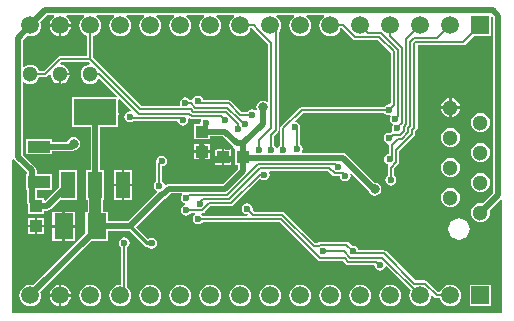
<source format=gbl>
G04 Layer_Physical_Order=2*
G04 Layer_Color=16711680*
%FSLAX25Y25*%
%MOIN*%
G70*
G01*
G75*
%ADD11R,0.03937X0.04331*%
%ADD15R,0.04331X0.03937*%
%ADD23C,0.00787*%
%ADD24C,0.01181*%
%ADD25C,0.01969*%
%ADD26C,0.05118*%
%ADD27R,0.05906X0.05906*%
%ADD28C,0.05906*%
%ADD29C,0.02362*%
%ADD30C,0.03150*%
%ADD31R,0.04800X0.08800*%
%ADD32R,0.14173X0.08661*%
%ADD33R,0.06299X0.08661*%
%ADD34R,0.07480X0.03937*%
%ADD35C,0.03937*%
G36*
X75004Y99949D02*
X74464Y99536D01*
X73895Y98793D01*
X73536Y97928D01*
X73414Y97000D01*
X73536Y96072D01*
X73895Y95207D01*
X74464Y94464D01*
X75207Y93895D01*
X76072Y93536D01*
X77000Y93414D01*
X77928Y93536D01*
X78793Y93895D01*
X79536Y94464D01*
X80105Y95207D01*
X80427Y95984D01*
X81024D01*
X82274Y94735D01*
X82333Y94646D01*
X84646Y92333D01*
X84646Y92333D01*
X84735Y92274D01*
X86366Y90642D01*
Y71709D01*
X85866Y71442D01*
X85456Y71716D01*
X84606Y71885D01*
X83757Y71716D01*
X83037Y71235D01*
X82556Y70515D01*
X82386Y69665D01*
X82522Y68982D01*
X82103Y68661D01*
X81680Y68944D01*
X80984Y69082D01*
X80288Y68944D01*
X79698Y68550D01*
X79518Y68279D01*
X77470D01*
X74032Y71718D01*
X73702Y71938D01*
X73313Y72015D01*
X73313Y72015D01*
X64667D01*
X64574Y72483D01*
X64179Y73073D01*
X63590Y73467D01*
X62894Y73605D01*
X62198Y73467D01*
X61608Y73073D01*
X61214Y72483D01*
X61199Y72408D01*
X60635Y72138D01*
X60440Y72177D01*
X60440Y72177D01*
X60226D01*
X60046Y72447D01*
X59456Y72841D01*
X58760Y72980D01*
X58064Y72841D01*
X57474Y72447D01*
X57080Y71857D01*
X56941Y71161D01*
X57073Y70500D01*
X57069Y70389D01*
X56861Y70000D01*
X44173D01*
X28016Y86157D01*
Y93573D01*
X28793Y93895D01*
X29535Y94464D01*
X30105Y95207D01*
X30464Y96072D01*
X30586Y97000D01*
X30464Y97928D01*
X30105Y98793D01*
X29535Y99536D01*
X28996Y99949D01*
X29166Y100449D01*
X34834D01*
X35004Y99949D01*
X34464Y99536D01*
X33895Y98793D01*
X33536Y97928D01*
X33414Y97000D01*
X33536Y96072D01*
X33895Y95207D01*
X34464Y94464D01*
X35207Y93895D01*
X36072Y93536D01*
X37000Y93414D01*
X37928Y93536D01*
X38793Y93895D01*
X39535Y94464D01*
X40105Y95207D01*
X40464Y96072D01*
X40586Y97000D01*
X40464Y97928D01*
X40105Y98793D01*
X39535Y99536D01*
X38996Y99949D01*
X39166Y100449D01*
X44834D01*
X45004Y99949D01*
X44464Y99536D01*
X43895Y98793D01*
X43536Y97928D01*
X43414Y97000D01*
X43536Y96072D01*
X43895Y95207D01*
X44464Y94464D01*
X45207Y93895D01*
X46072Y93536D01*
X47000Y93414D01*
X47928Y93536D01*
X48793Y93895D01*
X49536Y94464D01*
X50105Y95207D01*
X50464Y96072D01*
X50586Y97000D01*
X50464Y97928D01*
X50105Y98793D01*
X49536Y99536D01*
X48996Y99949D01*
X49166Y100449D01*
X54834D01*
X55004Y99949D01*
X54465Y99536D01*
X53895Y98793D01*
X53536Y97928D01*
X53414Y97000D01*
X53536Y96072D01*
X53895Y95207D01*
X54465Y94464D01*
X55207Y93895D01*
X56072Y93536D01*
X57000Y93414D01*
X57928Y93536D01*
X58793Y93895D01*
X59535Y94464D01*
X60105Y95207D01*
X60464Y96072D01*
X60586Y97000D01*
X60464Y97928D01*
X60105Y98793D01*
X59535Y99536D01*
X58996Y99949D01*
X59166Y100449D01*
X64834D01*
X65004Y99949D01*
X64464Y99536D01*
X63895Y98793D01*
X63536Y97928D01*
X63414Y97000D01*
X63536Y96072D01*
X63895Y95207D01*
X64464Y94464D01*
X65207Y93895D01*
X66072Y93536D01*
X67000Y93414D01*
X67928Y93536D01*
X68793Y93895D01*
X69535Y94464D01*
X70105Y95207D01*
X70464Y96072D01*
X70586Y97000D01*
X70464Y97928D01*
X70105Y98793D01*
X69535Y99536D01*
X68996Y99949D01*
X69166Y100449D01*
X74834D01*
X75004Y99949D01*
D02*
G37*
G36*
X161374Y99625D02*
Y41221D01*
X157843Y37690D01*
X157047Y37795D01*
X156222Y37686D01*
X155453Y37368D01*
X154793Y36861D01*
X154286Y36201D01*
X153967Y35432D01*
X153859Y34606D01*
X153967Y33781D01*
X154286Y33012D01*
X154793Y32352D01*
X155453Y31845D01*
X156222Y31526D01*
X157047Y31418D01*
X157873Y31526D01*
X158642Y31845D01*
X159302Y32352D01*
X159809Y33012D01*
X160127Y33781D01*
X160236Y34606D01*
X160131Y35402D01*
X163839Y39110D01*
X164339Y38903D01*
Y1016D01*
X1016D01*
Y52264D01*
X1516Y52416D01*
X1710Y52124D01*
X5863Y47972D01*
Y47354D01*
X5500D01*
Y42213D01*
X5863D01*
Y38287D01*
X5986Y37667D01*
X6189Y37363D01*
Y34239D01*
X11725D01*
Y35192D01*
X12741D01*
X13360Y35316D01*
X13885Y35666D01*
X16926Y38707D01*
X22643D01*
Y48712D01*
X16638D01*
Y42995D01*
X12225Y38581D01*
X11725Y38789D01*
Y39381D01*
X9098D01*
Y42213D01*
X14185D01*
Y47354D01*
X9098D01*
Y48642D01*
X8975Y49261D01*
X8624Y49786D01*
X4472Y53938D01*
Y78033D01*
X4972Y78280D01*
X5406Y77947D01*
X6175Y77629D01*
X7000Y77520D01*
X7825Y77629D01*
X8594Y77947D01*
X9255Y78454D01*
X9761Y79114D01*
X10001Y79693D01*
X11972D01*
X11972Y79693D01*
X12361Y79770D01*
X12690Y79991D01*
X13329Y80629D01*
X13857Y80450D01*
X13931Y79887D01*
X14249Y79120D01*
X14754Y78462D01*
X15412Y77958D01*
X16178Y77640D01*
X16606Y77584D01*
Y80709D01*
X17000D01*
Y81102D01*
X20125D01*
X20068Y81531D01*
X19751Y82297D01*
X19246Y82955D01*
X18588Y83460D01*
X17822Y83777D01*
X17258Y83851D01*
X17079Y84379D01*
X17421Y84721D01*
X26579D01*
X26910Y84390D01*
X26731Y83862D01*
X26175Y83789D01*
X25406Y83470D01*
X24745Y82964D01*
X24238Y82303D01*
X23920Y81534D01*
X23811Y80709D01*
X23920Y79883D01*
X24238Y79114D01*
X24745Y78454D01*
X25406Y77947D01*
X26175Y77629D01*
X27000Y77520D01*
X27825Y77629D01*
X28594Y77947D01*
X29255Y78454D01*
X29654Y78974D01*
X30236Y79099D01*
X35830Y73505D01*
X35638Y73043D01*
X21051D01*
Y63177D01*
X27123D01*
Y48712D01*
X25738D01*
Y38707D01*
X26147D01*
Y34953D01*
X25382D01*
Y27670D01*
X8103Y10391D01*
X7928Y10464D01*
X7000Y10586D01*
X6072Y10464D01*
X5207Y10105D01*
X4465Y9535D01*
X3895Y8793D01*
X3536Y7928D01*
X3414Y7000D01*
X3536Y6072D01*
X3895Y5207D01*
X4465Y4465D01*
X5207Y3895D01*
X6072Y3536D01*
X7000Y3414D01*
X7928Y3536D01*
X8793Y3895D01*
X9535Y4465D01*
X10105Y5207D01*
X10464Y6072D01*
X10586Y7000D01*
X10464Y7928D01*
X10391Y8103D01*
X27375Y25087D01*
X32886D01*
Y28402D01*
X40252D01*
X45203Y23451D01*
X45597Y23187D01*
X46063Y23095D01*
X46109D01*
X46155Y23025D01*
X46745Y22631D01*
X47441Y22493D01*
X48137Y22631D01*
X48727Y23025D01*
X49121Y23615D01*
X49259Y24311D01*
X49121Y25007D01*
X48727Y25597D01*
X48137Y25991D01*
X47441Y26129D01*
X46745Y25991D01*
X46360Y25734D01*
X42358Y29736D01*
X51766Y39144D01*
X52290Y39494D01*
X53797Y41000D01*
X57454D01*
X57665Y40500D01*
X57375Y40066D01*
X57237Y39370D01*
X57375Y38674D01*
X57769Y38084D01*
X58359Y37690D01*
X58528Y37656D01*
Y37147D01*
X58359Y37113D01*
X57769Y36719D01*
X57375Y36129D01*
X57237Y35433D01*
X57375Y34737D01*
X57769Y34147D01*
X58359Y33753D01*
X59055Y33615D01*
X59751Y33753D01*
X60341Y34147D01*
X60517Y34411D01*
X61771D01*
X61923Y33911D01*
X61706Y33766D01*
X61312Y33176D01*
X61174Y32480D01*
X61312Y31784D01*
X61706Y31194D01*
X62296Y30800D01*
X62992Y30662D01*
X63688Y30800D01*
X64278Y31194D01*
X64458Y31465D01*
X90099D01*
X102782Y18782D01*
X102782Y18782D01*
X103111Y18562D01*
X103500Y18484D01*
X103500Y18484D01*
X111354D01*
X112371Y17467D01*
X112371Y17467D01*
X112701Y17247D01*
X113090Y17169D01*
X113090Y17169D01*
X121543D01*
X121682Y17000D01*
X121820Y16304D01*
X122214Y15714D01*
X122804Y15320D01*
X123500Y15182D01*
X124196Y15320D01*
X124786Y15714D01*
X125180Y16304D01*
X125242Y16615D01*
X125784Y16779D01*
X133858Y8705D01*
X133536Y7928D01*
X133414Y7000D01*
X133536Y6072D01*
X133895Y5207D01*
X134465Y4465D01*
X135207Y3895D01*
X136072Y3536D01*
X137000Y3414D01*
X137928Y3536D01*
X138793Y3895D01*
X139535Y4465D01*
X140105Y5207D01*
X140464Y6072D01*
X140569Y6872D01*
X141033Y7115D01*
X141866Y6282D01*
X141866Y6282D01*
X142196Y6062D01*
X142584Y5984D01*
X143573D01*
X143895Y5207D01*
X144465Y4465D01*
X145207Y3895D01*
X146072Y3536D01*
X147000Y3414D01*
X147928Y3536D01*
X148793Y3895D01*
X149536Y4465D01*
X150105Y5207D01*
X150464Y6072D01*
X150586Y7000D01*
X150464Y7928D01*
X150105Y8793D01*
X149536Y9535D01*
X148793Y10105D01*
X147928Y10464D01*
X147000Y10586D01*
X146072Y10464D01*
X145207Y10105D01*
X144465Y9535D01*
X143895Y8793D01*
X143573Y8016D01*
X143005D01*
X139354Y11667D01*
X139024Y11887D01*
X138636Y11964D01*
X138636Y11964D01*
X135437D01*
X125719Y21683D01*
X125389Y21903D01*
X125001Y21980D01*
X125001Y21980D01*
X116340D01*
X116247Y22448D01*
X115853Y23038D01*
X115263Y23432D01*
X114567Y23570D01*
X114248Y23507D01*
X113108Y24647D01*
X112778Y24867D01*
X112390Y24945D01*
X112390Y24945D01*
X103626D01*
X103237Y24867D01*
X102908Y24647D01*
X102908Y24647D01*
X102776Y24516D01*
X101886D01*
X91813Y34588D01*
X91484Y34808D01*
X91095Y34886D01*
X91095Y34886D01*
X81807D01*
X81086Y35606D01*
X81149Y35925D01*
X81011Y36621D01*
X80616Y37211D01*
X80027Y37605D01*
X79331Y37744D01*
X78635Y37605D01*
X78045Y37211D01*
X77651Y36621D01*
X77512Y35925D01*
X77651Y35229D01*
X78045Y34639D01*
X78635Y34245D01*
X79331Y34107D01*
X79387Y34118D01*
X79487Y33996D01*
X79251Y33496D01*
X64458D01*
X64278Y33766D01*
X64061Y33911D01*
X64213Y34411D01*
X64386D01*
X64386Y34411D01*
X64775Y34488D01*
X65104Y34708D01*
X67054Y36658D01*
X73894D01*
X73894Y36658D01*
X74282Y36735D01*
X74612Y36955D01*
X83653Y45996D01*
X83716Y45990D01*
X84306Y45596D01*
X85002Y45457D01*
X85698Y45596D01*
X86287Y45990D01*
X86682Y46580D01*
X86820Y47276D01*
X86685Y47957D01*
X86671Y48047D01*
X86951Y48457D01*
X106339D01*
X107868Y46928D01*
X107868Y46928D01*
X108198Y46707D01*
X108586Y46630D01*
X108586Y46630D01*
X110229D01*
X110328Y46135D01*
X110722Y45545D01*
X111312Y45151D01*
X112008Y45012D01*
X112704Y45151D01*
X113294Y45545D01*
X113688Y46135D01*
X113826Y46831D01*
X113721Y47359D01*
X114182Y47605D01*
X119696Y42091D01*
X119800Y41572D01*
X120281Y40852D01*
X121001Y40370D01*
X121850Y40201D01*
X122700Y40370D01*
X123420Y40852D01*
X123901Y41572D01*
X124070Y42421D01*
X123901Y43271D01*
X123420Y43991D01*
X122700Y44472D01*
X121850Y44641D01*
X121743Y44620D01*
X112373Y53989D01*
X111849Y54340D01*
X111230Y54463D01*
X97860D01*
X97624Y54904D01*
X97684Y54993D01*
X97822Y55689D01*
X97684Y56385D01*
X97290Y56975D01*
X97016Y57158D01*
Y62091D01*
X96938Y62479D01*
X96843Y62622D01*
X96917Y62992D01*
X96778Y63688D01*
X96384Y64278D01*
X95794Y64672D01*
X95527Y64725D01*
X95362Y65268D01*
X97933Y67838D01*
X125065D01*
X125245Y67568D01*
X125835Y67174D01*
X126531Y67036D01*
X126833Y67096D01*
X127133Y66645D01*
X127067Y66545D01*
X126928Y65850D01*
X127067Y65154D01*
X127461Y64564D01*
X127706Y64400D01*
X128020Y64112D01*
X127834Y63759D01*
X127657Y63494D01*
X127519Y62798D01*
X127657Y62103D01*
X127660Y62099D01*
X127532Y61634D01*
X127447Y61516D01*
X127182Y61339D01*
X126948Y61105D01*
X126629Y61169D01*
X125934Y61030D01*
X125344Y60636D01*
X124950Y60046D01*
X124811Y59350D01*
X124950Y58654D01*
X125344Y58065D01*
X125934Y57670D01*
X126069Y57644D01*
X126445Y57103D01*
X126445Y57103D01*
Y54214D01*
X126076Y54141D01*
X125486Y53746D01*
X125092Y53157D01*
X124953Y52461D01*
X125092Y51765D01*
X125486Y51175D01*
X126076Y50781D01*
X126248Y50747D01*
X126372Y50212D01*
X126227Y49995D01*
X126150Y49606D01*
X126150Y49606D01*
Y46840D01*
X125880Y46660D01*
X125485Y46070D01*
X125347Y45374D01*
X125485Y44678D01*
X125880Y44088D01*
X126469Y43694D01*
X127165Y43556D01*
X127861Y43694D01*
X128451Y44088D01*
X128845Y44678D01*
X128984Y45374D01*
X128845Y46070D01*
X128451Y46660D01*
X128181Y46840D01*
Y49185D01*
X129667Y50672D01*
X129887Y51001D01*
X129964Y51390D01*
Y54980D01*
X135012Y60027D01*
X135232Y60357D01*
X135309Y60745D01*
Y61638D01*
X135811Y62140D01*
X136031Y62469D01*
X136108Y62858D01*
Y90410D01*
X151425D01*
X151425Y90410D01*
X151814Y90487D01*
X152143Y90707D01*
X154881Y93445D01*
X160555D01*
Y99791D01*
X161017Y99983D01*
X161374Y99625D01*
D02*
G37*
G36*
X40549Y68786D02*
X40303Y68325D01*
X40157Y68354D01*
X39462Y68215D01*
X38872Y67821D01*
X38478Y67231D01*
X38339Y66535D01*
X38478Y65840D01*
X38872Y65250D01*
X39462Y64855D01*
X40157Y64717D01*
X40853Y64855D01*
X41353Y65189D01*
X56092D01*
X56197Y64662D01*
X56591Y64072D01*
X57181Y63678D01*
X57877Y63539D01*
X58573Y63678D01*
X59163Y64072D01*
X59557Y64662D01*
X59695Y65358D01*
X59577Y65950D01*
X59907Y66208D01*
X59990Y66245D01*
X60123Y66112D01*
X60452Y65892D01*
X60841Y65815D01*
X63770D01*
X64038Y65315D01*
X63859Y65048D01*
X63721Y64352D01*
X63584Y64184D01*
X61504D01*
Y59043D01*
X67039D01*
Y59996D01*
X71158D01*
X74655Y56499D01*
X75021Y56254D01*
X75382Y55917D01*
Y50382D01*
X76335D01*
Y49194D01*
X71377Y44236D01*
X53127D01*
X52508Y44113D01*
X52225Y43924D01*
X51688Y44099D01*
X51662Y44129D01*
X51286Y44691D01*
X51016Y44872D01*
Y50001D01*
X51486Y50094D01*
X52076Y50488D01*
X52470Y51078D01*
X52608Y51774D01*
X52470Y52470D01*
X52076Y53060D01*
X51486Y53454D01*
X50790Y53593D01*
X50094Y53454D01*
X49504Y53060D01*
X49110Y52470D01*
X48972Y51774D01*
X49057Y51347D01*
X48984Y50984D01*
X48984Y50984D01*
Y44872D01*
X48714Y44691D01*
X48320Y44101D01*
X48182Y43406D01*
X48320Y42710D01*
X48714Y42120D01*
X49161Y41821D01*
X49302Y41255D01*
X39684Y31637D01*
X32886D01*
Y34953D01*
X31333D01*
Y38707D01*
X31743D01*
Y48712D01*
X30358D01*
Y63177D01*
X36429D01*
Y66851D01*
X36562Y67520D01*
X36429Y68188D01*
Y72252D01*
X36891Y72444D01*
X40549Y68786D01*
D02*
G37*
G36*
X105004Y99949D02*
X104464Y99536D01*
X103895Y98793D01*
X103536Y97928D01*
X103414Y97000D01*
X103536Y96072D01*
X103895Y95207D01*
X104464Y94464D01*
X105207Y93895D01*
X106072Y93536D01*
X107000Y93414D01*
X107928Y93536D01*
X108793Y93895D01*
X109536Y94464D01*
X110105Y95207D01*
X110427Y95984D01*
X110995D01*
X114646Y92333D01*
X114646Y92333D01*
X114976Y92113D01*
X115364Y92036D01*
X122978D01*
X127129Y87885D01*
Y70978D01*
X126734Y70632D01*
X126531Y70672D01*
X125835Y70534D01*
X125245Y70140D01*
X125065Y69870D01*
X97512D01*
X97123Y69792D01*
X96794Y69572D01*
X96794Y69572D01*
X90640Y63418D01*
X90420Y63089D01*
X90343Y62700D01*
X90343Y62700D01*
Y57185D01*
X89914Y56899D01*
X89520Y56309D01*
X89506Y56237D01*
X88996D01*
X88981Y56309D01*
X88587Y56899D01*
X88317Y57079D01*
Y60188D01*
X89490Y61361D01*
X89710Y61690D01*
X89787Y62079D01*
Y94792D01*
X90105Y95207D01*
X90464Y96072D01*
X90586Y97000D01*
X90464Y97928D01*
X90105Y98793D01*
X89535Y99536D01*
X88996Y99949D01*
X89166Y100449D01*
X94834D01*
X95004Y99949D01*
X94464Y99536D01*
X93895Y98793D01*
X93536Y97928D01*
X93414Y97000D01*
X93536Y96072D01*
X93895Y95207D01*
X94464Y94464D01*
X95207Y93895D01*
X96072Y93536D01*
X97000Y93414D01*
X97928Y93536D01*
X98793Y93895D01*
X99536Y94464D01*
X100105Y95207D01*
X100464Y96072D01*
X100586Y97000D01*
X100464Y97928D01*
X100105Y98793D01*
X99536Y99536D01*
X98996Y99949D01*
X99166Y100449D01*
X104834D01*
X105004Y99949D01*
D02*
G37*
G36*
X25004D02*
X24464Y99536D01*
X23895Y98793D01*
X23536Y97928D01*
X23414Y97000D01*
X23536Y96072D01*
X23895Y95207D01*
X24464Y94464D01*
X25207Y93895D01*
X25984Y93573D01*
Y86752D01*
X17000D01*
X17000Y86752D01*
X16611Y86675D01*
X16282Y86454D01*
X16282Y86454D01*
X11552Y81724D01*
X10001D01*
X9761Y82303D01*
X9255Y82964D01*
X8594Y83470D01*
X7825Y83789D01*
X7000Y83897D01*
X6175Y83789D01*
X5406Y83470D01*
X4972Y83138D01*
X4472Y83384D01*
Y92184D01*
X5897Y93609D01*
X6072Y93536D01*
X7000Y93414D01*
X7928Y93536D01*
X8793Y93895D01*
X9535Y94464D01*
X10105Y95207D01*
X10464Y96072D01*
X10586Y97000D01*
X10464Y97928D01*
X10391Y98103D01*
X12737Y100449D01*
X14853D01*
X15023Y99949D01*
X14473Y99527D01*
X13905Y98787D01*
X13548Y97925D01*
X13478Y97394D01*
X17000D01*
X20522D01*
X20452Y97925D01*
X20095Y98787D01*
X19527Y99527D01*
X18977Y99949D01*
X19147Y100449D01*
X24834D01*
X25004Y99949D01*
D02*
G37*
%LPC*%
G36*
X21850Y29626D02*
X18504D01*
Y25099D01*
X21850D01*
Y29626D01*
D02*
G37*
G36*
X149961Y32680D02*
X149033Y32558D01*
X148168Y32200D01*
X147425Y31630D01*
X146855Y30887D01*
X146497Y30023D01*
X146375Y29094D01*
X146497Y28166D01*
X146855Y27302D01*
X147425Y26559D01*
X148168Y25989D01*
X149033Y25631D01*
X149961Y25509D01*
X150889Y25631D01*
X151754Y25989D01*
X152496Y26559D01*
X153066Y27302D01*
X153424Y28166D01*
X153547Y29094D01*
X153424Y30023D01*
X153066Y30887D01*
X152496Y31630D01*
X151754Y32200D01*
X150889Y32558D01*
X149961Y32680D01*
D02*
G37*
G36*
X17716Y29626D02*
X14370D01*
Y25099D01*
X17716D01*
Y29626D01*
D02*
G37*
G36*
X16606Y10522D02*
X16075Y10452D01*
X15213Y10095D01*
X14473Y9527D01*
X13905Y8787D01*
X13548Y7925D01*
X13478Y7394D01*
X16606D01*
Y10522D01*
D02*
G37*
G36*
X20522Y6606D02*
X17394D01*
Y3478D01*
X17925Y3548D01*
X18787Y3905D01*
X19527Y4473D01*
X20095Y5213D01*
X20452Y6075D01*
X20522Y6606D01*
D02*
G37*
G36*
X17394Y10522D02*
Y7394D01*
X20522D01*
X20452Y7925D01*
X20095Y8787D01*
X19527Y9527D01*
X18787Y10095D01*
X17925Y10452D01*
X17394Y10522D01*
D02*
G37*
G36*
X21850Y34941D02*
X18504D01*
Y30413D01*
X21850D01*
Y34941D01*
D02*
G37*
G36*
X8563Y32677D02*
X6201D01*
Y30512D01*
X8563D01*
Y32677D01*
D02*
G37*
G36*
X11713D02*
X9350D01*
Y30512D01*
X11713D01*
Y32677D01*
D02*
G37*
G36*
X8563Y29724D02*
X6201D01*
Y27559D01*
X8563D01*
Y29724D01*
D02*
G37*
G36*
X11713D02*
X9350D01*
Y27559D01*
X11713D01*
Y29724D01*
D02*
G37*
G36*
X17716Y34941D02*
X14370D01*
Y30413D01*
X17716D01*
Y34941D01*
D02*
G37*
G36*
X16606Y6606D02*
X13478D01*
X13548Y6075D01*
X13905Y5213D01*
X14473Y4473D01*
X15213Y3905D01*
X16075Y3548D01*
X16606Y3478D01*
Y6606D01*
D02*
G37*
G36*
X57000Y10586D02*
X56072Y10464D01*
X55207Y10105D01*
X54465Y9535D01*
X53895Y8793D01*
X53536Y7928D01*
X53414Y7000D01*
X53536Y6072D01*
X53895Y5207D01*
X54465Y4465D01*
X55207Y3895D01*
X56072Y3536D01*
X57000Y3414D01*
X57928Y3536D01*
X58793Y3895D01*
X59535Y4465D01*
X60105Y5207D01*
X60464Y6072D01*
X60586Y7000D01*
X60464Y7928D01*
X60105Y8793D01*
X59535Y9535D01*
X58793Y10105D01*
X57928Y10464D01*
X57000Y10586D01*
D02*
G37*
G36*
X67000D02*
X66072Y10464D01*
X65207Y10105D01*
X64464Y9535D01*
X63895Y8793D01*
X63536Y7928D01*
X63414Y7000D01*
X63536Y6072D01*
X63895Y5207D01*
X64464Y4465D01*
X65207Y3895D01*
X66072Y3536D01*
X67000Y3414D01*
X67928Y3536D01*
X68793Y3895D01*
X69535Y4465D01*
X70105Y5207D01*
X70464Y6072D01*
X70586Y7000D01*
X70464Y7928D01*
X70105Y8793D01*
X69535Y9535D01*
X68793Y10105D01*
X67928Y10464D01*
X67000Y10586D01*
D02*
G37*
G36*
X77000D02*
X76072Y10464D01*
X75207Y10105D01*
X74464Y9535D01*
X73895Y8793D01*
X73536Y7928D01*
X73414Y7000D01*
X73536Y6072D01*
X73895Y5207D01*
X74464Y4465D01*
X75207Y3895D01*
X76072Y3536D01*
X77000Y3414D01*
X77928Y3536D01*
X78793Y3895D01*
X79536Y4465D01*
X80105Y5207D01*
X80464Y6072D01*
X80586Y7000D01*
X80464Y7928D01*
X80105Y8793D01*
X79536Y9535D01*
X78793Y10105D01*
X77928Y10464D01*
X77000Y10586D01*
D02*
G37*
G36*
X27000D02*
X26072Y10464D01*
X25207Y10105D01*
X24464Y9535D01*
X23895Y8793D01*
X23536Y7928D01*
X23414Y7000D01*
X23536Y6072D01*
X23895Y5207D01*
X24464Y4465D01*
X25207Y3895D01*
X26072Y3536D01*
X27000Y3414D01*
X27928Y3536D01*
X28793Y3895D01*
X29535Y4465D01*
X30105Y5207D01*
X30464Y6072D01*
X30586Y7000D01*
X30464Y7928D01*
X30105Y8793D01*
X29535Y9535D01*
X28793Y10105D01*
X27928Y10464D01*
X27000Y10586D01*
D02*
G37*
G36*
X38386Y26326D02*
X37690Y26188D01*
X37100Y25794D01*
X36706Y25204D01*
X36567Y24508D01*
X36706Y23812D01*
X37100Y23222D01*
X37370Y23042D01*
Y10910D01*
X37000Y10586D01*
X36072Y10464D01*
X35207Y10105D01*
X34464Y9535D01*
X33895Y8793D01*
X33536Y7928D01*
X33414Y7000D01*
X33536Y6072D01*
X33895Y5207D01*
X34464Y4465D01*
X35207Y3895D01*
X36072Y3536D01*
X37000Y3414D01*
X37928Y3536D01*
X38793Y3895D01*
X39535Y4465D01*
X40105Y5207D01*
X40464Y6072D01*
X40586Y7000D01*
X40464Y7928D01*
X40105Y8793D01*
X39535Y9535D01*
X39401Y9639D01*
Y23042D01*
X39672Y23222D01*
X40066Y23812D01*
X40204Y24508D01*
X40066Y25204D01*
X39672Y25794D01*
X39082Y26188D01*
X38386Y26326D01*
D02*
G37*
G36*
X47000Y10586D02*
X46072Y10464D01*
X45207Y10105D01*
X44464Y9535D01*
X43895Y8793D01*
X43536Y7928D01*
X43414Y7000D01*
X43536Y6072D01*
X43895Y5207D01*
X44464Y4465D01*
X45207Y3895D01*
X46072Y3536D01*
X47000Y3414D01*
X47928Y3536D01*
X48793Y3895D01*
X49536Y4465D01*
X50105Y5207D01*
X50464Y6072D01*
X50586Y7000D01*
X50464Y7928D01*
X50105Y8793D01*
X49536Y9535D01*
X48793Y10105D01*
X47928Y10464D01*
X47000Y10586D01*
D02*
G37*
G36*
X117000D02*
X116072Y10464D01*
X115207Y10105D01*
X114464Y9535D01*
X113895Y8793D01*
X113536Y7928D01*
X113414Y7000D01*
X113536Y6072D01*
X113895Y5207D01*
X114464Y4465D01*
X115207Y3895D01*
X116072Y3536D01*
X117000Y3414D01*
X117928Y3536D01*
X118793Y3895D01*
X119536Y4465D01*
X120105Y5207D01*
X120464Y6072D01*
X120586Y7000D01*
X120464Y7928D01*
X120105Y8793D01*
X119536Y9535D01*
X118793Y10105D01*
X117928Y10464D01*
X117000Y10586D01*
D02*
G37*
G36*
X127000D02*
X126072Y10464D01*
X125207Y10105D01*
X124464Y9535D01*
X123895Y8793D01*
X123536Y7928D01*
X123414Y7000D01*
X123536Y6072D01*
X123895Y5207D01*
X124464Y4465D01*
X125207Y3895D01*
X126072Y3536D01*
X127000Y3414D01*
X127928Y3536D01*
X128793Y3895D01*
X129535Y4465D01*
X130105Y5207D01*
X130464Y6072D01*
X130586Y7000D01*
X130464Y7928D01*
X130105Y8793D01*
X129535Y9535D01*
X128793Y10105D01*
X127928Y10464D01*
X127000Y10586D01*
D02*
G37*
G36*
X160555Y10555D02*
X153445D01*
Y3445D01*
X160555D01*
Y10555D01*
D02*
G37*
G36*
X87000Y10586D02*
X86072Y10464D01*
X85207Y10105D01*
X84465Y9535D01*
X83895Y8793D01*
X83536Y7928D01*
X83414Y7000D01*
X83536Y6072D01*
X83895Y5207D01*
X84465Y4465D01*
X85207Y3895D01*
X86072Y3536D01*
X87000Y3414D01*
X87928Y3536D01*
X88793Y3895D01*
X89535Y4465D01*
X90105Y5207D01*
X90464Y6072D01*
X90586Y7000D01*
X90464Y7928D01*
X90105Y8793D01*
X89535Y9535D01*
X88793Y10105D01*
X87928Y10464D01*
X87000Y10586D01*
D02*
G37*
G36*
X97000D02*
X96072Y10464D01*
X95207Y10105D01*
X94464Y9535D01*
X93895Y8793D01*
X93536Y7928D01*
X93414Y7000D01*
X93536Y6072D01*
X93895Y5207D01*
X94464Y4465D01*
X95207Y3895D01*
X96072Y3536D01*
X97000Y3414D01*
X97928Y3536D01*
X98793Y3895D01*
X99536Y4465D01*
X100105Y5207D01*
X100464Y6072D01*
X100586Y7000D01*
X100464Y7928D01*
X100105Y8793D01*
X99536Y9535D01*
X98793Y10105D01*
X97928Y10464D01*
X97000Y10586D01*
D02*
G37*
G36*
X107000D02*
X106072Y10464D01*
X105207Y10105D01*
X104464Y9535D01*
X103895Y8793D01*
X103536Y7928D01*
X103414Y7000D01*
X103536Y6072D01*
X103895Y5207D01*
X104464Y4465D01*
X105207Y3895D01*
X106072Y3536D01*
X107000Y3414D01*
X107928Y3536D01*
X108793Y3895D01*
X109536Y4465D01*
X110105Y5207D01*
X110464Y6072D01*
X110586Y7000D01*
X110464Y7928D01*
X110105Y8793D01*
X109536Y9535D01*
X108793Y10105D01*
X107928Y10464D01*
X107000Y10586D01*
D02*
G37*
G36*
X147047Y42795D02*
X146222Y42686D01*
X145453Y42368D01*
X144793Y41861D01*
X144286Y41201D01*
X143967Y40432D01*
X143859Y39606D01*
X143967Y38781D01*
X144286Y38012D01*
X144793Y37352D01*
X145453Y36845D01*
X146222Y36526D01*
X147047Y36418D01*
X147873Y36526D01*
X148642Y36845D01*
X149302Y37352D01*
X149809Y38012D01*
X150127Y38781D01*
X150236Y39606D01*
X150127Y40432D01*
X149809Y41201D01*
X149302Y41861D01*
X148642Y42368D01*
X147873Y42686D01*
X147047Y42795D01*
D02*
G37*
G36*
X21458Y59801D02*
X20608Y59632D01*
X19888Y59151D01*
X19407Y58431D01*
X19363Y58212D01*
X14185D01*
Y59165D01*
X5500D01*
Y54024D01*
X14185D01*
Y54977D01*
X20770D01*
X21389Y55100D01*
X21914Y55451D01*
X21916Y55453D01*
X22307Y55531D01*
X23027Y56012D01*
X23509Y56732D01*
X23677Y57582D01*
X23509Y58431D01*
X23027Y59151D01*
X22307Y59632D01*
X21458Y59801D01*
D02*
G37*
G36*
X157047Y67795D02*
X156222Y67686D01*
X155453Y67368D01*
X154793Y66861D01*
X154286Y66201D01*
X153967Y65432D01*
X153859Y64606D01*
X153967Y63781D01*
X154286Y63012D01*
X154793Y62352D01*
X155453Y61845D01*
X156222Y61526D01*
X157047Y61418D01*
X157873Y61526D01*
X158642Y61845D01*
X159302Y62352D01*
X159809Y63012D01*
X160127Y63781D01*
X160236Y64606D01*
X160127Y65432D01*
X159809Y66201D01*
X159302Y66861D01*
X158642Y67368D01*
X157873Y67686D01*
X157047Y67795D01*
D02*
G37*
G36*
X146654Y69213D02*
X143922D01*
X143979Y68784D01*
X144296Y68018D01*
X144801Y67360D01*
X145459Y66855D01*
X146225Y66538D01*
X146654Y66481D01*
Y69213D01*
D02*
G37*
G36*
X147047Y62795D02*
X146222Y62686D01*
X145453Y62368D01*
X144793Y61861D01*
X144286Y61201D01*
X143967Y60432D01*
X143859Y59606D01*
X143967Y58781D01*
X144286Y58012D01*
X144793Y57352D01*
X145453Y56845D01*
X146222Y56526D01*
X147047Y56418D01*
X147873Y56526D01*
X148642Y56845D01*
X149302Y57352D01*
X149809Y58012D01*
X150127Y58781D01*
X150236Y59606D01*
X150127Y60432D01*
X149809Y61201D01*
X149302Y61861D01*
X148642Y62368D01*
X147873Y62686D01*
X147047Y62795D01*
D02*
G37*
G36*
X20125Y80315D02*
X17394D01*
Y77584D01*
X17822Y77640D01*
X18588Y77958D01*
X19246Y78462D01*
X19751Y79120D01*
X20068Y79887D01*
X20125Y80315D01*
D02*
G37*
G36*
X150172Y69213D02*
X147441D01*
Y66481D01*
X147870Y66538D01*
X148636Y66855D01*
X149294Y67360D01*
X149799Y68018D01*
X150116Y68784D01*
X150172Y69213D01*
D02*
G37*
G36*
X146654Y72731D02*
X146225Y72675D01*
X145459Y72357D01*
X144801Y71853D01*
X144296Y71195D01*
X143979Y70429D01*
X143922Y70000D01*
X146654D01*
Y72731D01*
D02*
G37*
G36*
X147441D02*
Y70000D01*
X150172D01*
X150116Y70429D01*
X149799Y71195D01*
X149294Y71853D01*
X148636Y72357D01*
X147870Y72675D01*
X147441Y72731D01*
D02*
G37*
G36*
X147047Y52795D02*
X146222Y52686D01*
X145453Y52368D01*
X144793Y51861D01*
X144286Y51201D01*
X143967Y50432D01*
X143859Y49606D01*
X143967Y48781D01*
X144286Y48012D01*
X144793Y47352D01*
X145453Y46845D01*
X146222Y46526D01*
X147047Y46418D01*
X147873Y46526D01*
X148642Y46845D01*
X149302Y47352D01*
X149809Y48012D01*
X150127Y48781D01*
X150236Y49606D01*
X150127Y50432D01*
X149809Y51201D01*
X149302Y51861D01*
X148642Y52368D01*
X147873Y52686D01*
X147047Y52795D01*
D02*
G37*
G36*
X157047Y47795D02*
X156222Y47686D01*
X155453Y47368D01*
X154793Y46861D01*
X154286Y46201D01*
X153967Y45432D01*
X153859Y44606D01*
X153967Y43781D01*
X154286Y43012D01*
X154793Y42352D01*
X155453Y41845D01*
X156222Y41526D01*
X157047Y41418D01*
X157873Y41526D01*
X158642Y41845D01*
X159302Y42352D01*
X159809Y43012D01*
X160127Y43781D01*
X160236Y44606D01*
X160127Y45432D01*
X159809Y46201D01*
X159302Y46861D01*
X158642Y47368D01*
X157873Y47686D01*
X157047Y47795D01*
D02*
G37*
G36*
Y57795D02*
X156222Y57686D01*
X155453Y57368D01*
X154793Y56861D01*
X154286Y56201D01*
X153967Y55432D01*
X153859Y54606D01*
X153967Y53781D01*
X154286Y53012D01*
X154793Y52352D01*
X155453Y51845D01*
X156222Y51526D01*
X157047Y51418D01*
X157873Y51526D01*
X158642Y51845D01*
X159302Y52352D01*
X159809Y53012D01*
X160127Y53781D01*
X160236Y54606D01*
X160127Y55432D01*
X159809Y56201D01*
X159302Y56861D01*
X158642Y57368D01*
X157873Y57686D01*
X157047Y57795D01*
D02*
G37*
G36*
X63878Y57481D02*
X61515D01*
Y55315D01*
X63878D01*
Y57481D01*
D02*
G37*
G36*
X67028D02*
X64665D01*
Y55315D01*
X67028D01*
Y57481D01*
D02*
G37*
G36*
X73820Y55906D02*
X71654D01*
Y53543D01*
X73820D01*
Y55906D01*
D02*
G37*
G36*
X37446Y48700D02*
X34850D01*
Y44103D01*
X37446D01*
Y48700D01*
D02*
G37*
G36*
X40831D02*
X38234D01*
Y44103D01*
X40831D01*
Y48700D01*
D02*
G37*
G36*
X37446Y43316D02*
X34850D01*
Y38719D01*
X37446D01*
Y43316D01*
D02*
G37*
G36*
X40831D02*
X38234D01*
Y38719D01*
X40831D01*
Y43316D01*
D02*
G37*
G36*
X63878Y54528D02*
X61515D01*
Y52363D01*
X63878D01*
Y54528D01*
D02*
G37*
G36*
X67028D02*
X64665D01*
Y52363D01*
X67028D01*
Y54528D01*
D02*
G37*
G36*
X70867Y55906D02*
X68702D01*
Y53543D01*
X70867D01*
Y55906D01*
D02*
G37*
G36*
Y52756D02*
X68702D01*
Y50393D01*
X70867D01*
Y52756D01*
D02*
G37*
G36*
X73820D02*
X71654D01*
Y50393D01*
X73820D01*
Y52756D01*
D02*
G37*
G36*
X16606Y96606D02*
X13478D01*
X13548Y96075D01*
X13905Y95213D01*
X14473Y94473D01*
X15213Y93905D01*
X16075Y93548D01*
X16606Y93478D01*
Y96606D01*
D02*
G37*
G36*
X20522D02*
X17394D01*
Y93478D01*
X17925Y93548D01*
X18787Y93905D01*
X19527Y94473D01*
X20095Y95213D01*
X20452Y96075D01*
X20522Y96606D01*
D02*
G37*
%LPD*%
D11*
X77953Y53149D02*
D03*
X71261D02*
D03*
D15*
X8957Y36810D02*
D03*
Y30118D02*
D03*
X64272Y61614D02*
D03*
Y54922D02*
D03*
D23*
X63004Y71898D02*
X63903Y70999D01*
X39925Y66205D02*
X57030D01*
X39925D02*
X40256Y66535D01*
X43176Y67594D02*
X60076D01*
X30062Y80709D02*
X43176Y67594D01*
X27000Y80709D02*
X30062D01*
X151425Y91425D02*
X157000Y97000D01*
X142584Y92815D02*
X146769Y97000D01*
X134941Y92815D02*
X142584D01*
X135517Y91425D02*
X151425D01*
X17000Y85736D02*
X27000D01*
X126531Y68854D02*
X128144Y70467D01*
X146769Y97000D02*
X147000D01*
X128949Y51390D02*
Y55401D01*
X127461Y57103D02*
X129589Y59231D01*
X127461Y53150D02*
Y57103D01*
X129589Y59231D02*
X130815D01*
X126772Y52461D02*
X127461Y53150D01*
X130239Y60621D02*
X131514Y61897D01*
Y63210D02*
X132313Y64009D01*
X131514Y61897D02*
Y63210D01*
X127165Y49606D02*
X128949Y51390D01*
X129337Y62998D02*
X130924Y64585D01*
X127165Y45374D02*
Y49606D01*
X127900Y60621D02*
X130239D01*
X126629Y59350D02*
X127900Y60621D01*
X129337Y62798D02*
Y62998D01*
X111488Y21752D02*
X113665Y19575D01*
X50000Y43406D02*
Y50984D01*
X50790Y51774D01*
X58760Y71161D02*
X60440D01*
X62894Y71787D02*
X63004Y71898D01*
X38386Y8386D02*
Y24508D01*
X37000Y7000D02*
X38386Y8386D01*
X104527Y21752D02*
X111488D01*
X113665Y19575D02*
X124425D01*
X40157Y66535D02*
X40256D01*
X59941Y40453D02*
X72682D01*
X73258Y39063D02*
X83668Y49472D01*
X72682Y40453D02*
X83092Y50862D01*
X64555Y39063D02*
X73258D01*
X57030Y66205D02*
X57877Y65358D01*
X157000Y94795D02*
Y97000D01*
X83051Y95364D02*
Y95394D01*
Y95364D02*
X85364Y93051D01*
X85394D01*
X129534Y66637D02*
Y88882D01*
X59055Y39567D02*
X59941Y40453D01*
X59055Y39370D02*
Y39567D01*
Y35433D02*
X59350D01*
X63484Y37992D02*
X64555Y39063D01*
X63484Y37603D02*
Y37992D01*
X59350Y35433D02*
X59357Y35426D01*
X64386D01*
X66633Y37673D01*
X73894D01*
X135017Y10949D02*
X138636D01*
X142584Y7000D01*
X114567Y21752D02*
X115354Y20965D01*
X125001D01*
X135017Y10949D01*
X77709Y64639D02*
Y64639D01*
Y64639D02*
X78270Y64078D01*
X27000Y85736D02*
X43752Y68984D01*
X60652D01*
X128746Y65850D02*
X129534Y66637D01*
X132313Y64009D02*
Y92313D01*
X128949Y55401D02*
X134294Y60745D01*
Y62059D01*
X135093Y62858D01*
Y91001D01*
X135517Y91425D01*
X130815Y59231D02*
X132904Y61321D01*
Y62634D01*
X133703Y63434D01*
Y91577D01*
X134941Y92815D01*
X123975Y94441D02*
X129534Y88882D01*
X60076Y67594D02*
X60841Y66830D01*
X60652Y68984D02*
X61416Y68220D01*
X60440Y71161D02*
X61992Y69610D01*
X60841Y66830D02*
X70473D01*
X76473Y65874D02*
X77709Y64639D01*
X63903Y70999D02*
X73313D01*
X77049Y67264D01*
X61992Y69610D02*
X72738D01*
X76473Y65874D02*
X76473D01*
X72738Y69610D02*
X76473Y65874D01*
X61416Y68220D02*
X72162D01*
X76181Y64201D01*
X73894Y37673D02*
X83496Y47276D01*
X97512Y68854D02*
X126531D01*
X91358Y55650D02*
Y62700D01*
X97512Y68854D01*
X83496Y47276D02*
X85002D01*
X83403Y55613D02*
Y58676D01*
X83092Y50862D02*
X85639D01*
X85639Y50862D02*
X85639Y50862D01*
X70473Y66830D02*
X71949Y65354D01*
X76181Y62303D02*
Y64201D01*
X78270Y64078D02*
X78744D01*
X77049Y67264D02*
X80984D01*
X87301Y55613D02*
Y60609D01*
X83403Y58676D02*
X87382Y62655D01*
X87301Y60609D02*
X88772Y62079D01*
X87382Y62655D02*
Y91063D01*
X85394Y93051D02*
X87382Y91063D01*
X27000Y85736D02*
Y97000D01*
X111416D02*
X115364Y93051D01*
X119559Y94441D02*
X123975D01*
X88772Y62079D02*
Y95228D01*
X81445Y97000D02*
X83051Y95394D01*
X11972Y80709D02*
X17000Y85736D01*
X7000Y80709D02*
X11972D01*
X124425Y19575D02*
X137000Y7000D01*
X142584D02*
X147000D01*
X107000Y97000D02*
X111416D01*
X117000D02*
X119559Y94441D01*
X87000Y97000D02*
X88772Y95228D01*
X77000Y97000D02*
X81445D01*
X132313Y92313D02*
X137000Y97000D01*
X127000Y93381D02*
Y97000D01*
Y93381D02*
X130924Y89457D01*
Y64585D02*
Y89457D01*
X115364Y93051D02*
X123399D01*
X128144Y88306D01*
Y70467D02*
Y88306D01*
X111775Y19500D02*
X113090Y18185D01*
X62992Y32480D02*
X90520D01*
X103500Y19500D01*
X111775D01*
X113090Y18185D02*
X122315D01*
X123500Y17000D01*
X79331Y35925D02*
X81386Y33870D01*
X91095D01*
X101465Y23500D01*
X103197D01*
X103626Y23929D01*
X112390D01*
X114567Y21752D01*
X95098Y62992D02*
X96000Y62091D01*
X85639Y50862D02*
X108449D01*
X109488Y49823D01*
X83668Y49472D02*
X106760D01*
X108586Y47646D01*
X111193D01*
X112008Y46831D01*
X96000Y55693D02*
Y62091D01*
Y55693D02*
X96004Y55689D01*
D24*
X40354Y30020D02*
X46063Y24311D01*
X47441D01*
X65465Y63090D02*
Y64277D01*
X65539Y64352D01*
X79921Y53248D02*
X80228Y52941D01*
X80888D01*
D25*
X111230Y52845D02*
X121752Y42323D01*
X78260Y52842D02*
X81778D01*
X64075Y61614D02*
X71828D01*
X7480Y38287D02*
Y48642D01*
X162992Y40551D02*
Y100295D01*
X161221Y102067D02*
X162992Y100295D01*
X12067Y102067D02*
X161221D01*
X7000Y97000D02*
X12067Y102067D01*
X157047Y34606D02*
X162992Y40551D01*
X71828Y61614D02*
X75799Y57643D01*
X2854Y53268D02*
X7480Y48642D01*
X2854Y53268D02*
Y92854D01*
X7480Y56595D02*
X9843D01*
X7000Y7000D02*
X29134Y29134D01*
Y30020D01*
X77953Y53149D02*
Y57579D01*
X121752Y42323D02*
X121850Y42421D01*
X77953Y48524D02*
Y53149D01*
X29134Y30020D02*
X40354D01*
X8957Y36810D02*
X12741D01*
X7480Y38287D02*
X8957Y36810D01*
X77953Y53149D02*
X78260Y52842D01*
X21458Y57283D02*
Y57582D01*
X9843Y56595D02*
X20770D01*
X21458Y57283D01*
X81778Y52842D02*
X81778Y52842D01*
X72047Y42618D02*
X77953Y48524D01*
X40354Y30020D02*
X50972Y40638D01*
X51146D01*
X53127Y42618D01*
X72047D01*
X81778Y52842D02*
X84549D01*
X84552Y52845D01*
X89941D01*
X84606Y64232D02*
Y69665D01*
X77953Y57579D02*
X78017Y57643D01*
X84606Y64232D01*
X75799Y57643D02*
X78017D01*
X33563Y67520D02*
X34744D01*
X28740Y43709D02*
Y68110D01*
X12741Y36810D02*
X19640Y43709D01*
X2854Y92854D02*
X7000Y97000D01*
X89941Y52845D02*
X89997Y52902D01*
Y52902D01*
Y52902D02*
X90053Y52845D01*
X111230D01*
D26*
X157047Y64606D02*
D03*
Y54606D02*
D03*
X147047Y49606D02*
D03*
X157047Y44606D02*
D03*
Y34606D02*
D03*
X147047Y69606D02*
D03*
Y39606D02*
D03*
Y59606D02*
D03*
X17000Y80709D02*
D03*
X7000D02*
D03*
X27000D02*
D03*
D27*
X157000Y7000D02*
D03*
Y97000D02*
D03*
D28*
X147000Y7000D02*
D03*
X127000D02*
D03*
X87000D02*
D03*
X137000D02*
D03*
X117000D02*
D03*
X107000D02*
D03*
X77000D02*
D03*
X97000D02*
D03*
X67000D02*
D03*
X57000D02*
D03*
X37000D02*
D03*
X47000D02*
D03*
X27000D02*
D03*
X17000D02*
D03*
X7000D02*
D03*
X147000Y97000D02*
D03*
X127000D02*
D03*
X87000D02*
D03*
X137000D02*
D03*
X117000D02*
D03*
X107000D02*
D03*
X77000D02*
D03*
X97000D02*
D03*
X67000D02*
D03*
X57000D02*
D03*
X37000D02*
D03*
X47000D02*
D03*
X27000D02*
D03*
X17000D02*
D03*
X7000D02*
D03*
D29*
X66535Y89862D02*
D03*
X62992Y84449D02*
D03*
X57284Y89468D02*
D03*
X61811Y89961D02*
D03*
X73032Y52165D02*
D03*
X68701Y47835D02*
D03*
X73032D02*
D03*
X64370D02*
D03*
Y52165D02*
D03*
X68701D02*
D03*
X64370Y56496D02*
D03*
X68701D02*
D03*
X73032D02*
D03*
X127165Y45374D02*
D03*
X126772Y52461D02*
D03*
X126629Y59350D02*
D03*
X129337Y62798D02*
D03*
X126531Y68854D02*
D03*
X50000Y43406D02*
D03*
X114567Y21752D02*
D03*
X47441Y24311D02*
D03*
X50790Y51774D02*
D03*
X58760Y71161D02*
D03*
X62894Y71787D02*
D03*
X38386Y24508D02*
D03*
X83403Y55613D02*
D03*
X104527Y21752D02*
D03*
X23917Y48720D02*
D03*
Y44423D02*
D03*
Y40125D02*
D03*
Y35827D02*
D03*
X48622Y56102D02*
D03*
Y61024D02*
D03*
X43701D02*
D03*
Y56102D02*
D03*
X34744Y67520D02*
D03*
X40157Y66535D02*
D03*
X57877Y65358D02*
D03*
X13681Y68799D02*
D03*
Y73721D02*
D03*
X18602D02*
D03*
Y68799D02*
D03*
X79331Y35925D02*
D03*
X59055Y39370D02*
D03*
Y35433D02*
D03*
X63484Y37603D02*
D03*
X62992Y32480D02*
D03*
X128746Y65850D02*
D03*
X85002Y47276D02*
D03*
X91200Y55613D02*
D03*
X95098Y62992D02*
D03*
X65539Y64352D02*
D03*
X71949Y65354D02*
D03*
X76181Y62303D02*
D03*
X78744Y64078D02*
D03*
X80984Y67264D02*
D03*
X87301Y55613D02*
D03*
X80888Y52941D02*
D03*
X54331Y84448D02*
D03*
X71653Y77756D02*
D03*
X80315Y77756D02*
D03*
X147638Y82677D02*
D03*
Y88583D02*
D03*
X153543D02*
D03*
Y82677D02*
D03*
X147638Y21654D02*
D03*
X153543D02*
D03*
Y15748D02*
D03*
X147638D02*
D03*
X122047Y84646D02*
D03*
Y74803D02*
D03*
X116142D02*
D03*
Y84646D02*
D03*
X91929Y94193D02*
D03*
X91831Y89370D02*
D03*
X76772Y72835D02*
D03*
X39370Y86614D02*
D03*
X45276D02*
D03*
Y81693D02*
D03*
Y76772D02*
D03*
X39370D02*
D03*
Y81693D02*
D03*
X11811Y23622D02*
D03*
Y17717D02*
D03*
X5906D02*
D03*
Y23622D02*
D03*
X24409Y60827D02*
D03*
X123500Y17000D02*
D03*
X96004Y55689D02*
D03*
X112008Y46831D02*
D03*
X109488Y49823D02*
D03*
X91535Y84350D02*
D03*
D30*
X121850Y42421D02*
D03*
X21458Y57582D02*
D03*
X84606Y69665D02*
D03*
D31*
X28740Y43709D02*
D03*
X37840D02*
D03*
X19640D02*
D03*
D32*
X28740Y68110D02*
D03*
D33*
X18110Y30020D02*
D03*
X29134D02*
D03*
D34*
X9843Y56595D02*
D03*
Y44783D02*
D03*
D35*
X28740Y30413D02*
X29134Y30020D01*
X28740Y30413D02*
Y43709D01*
M02*

</source>
